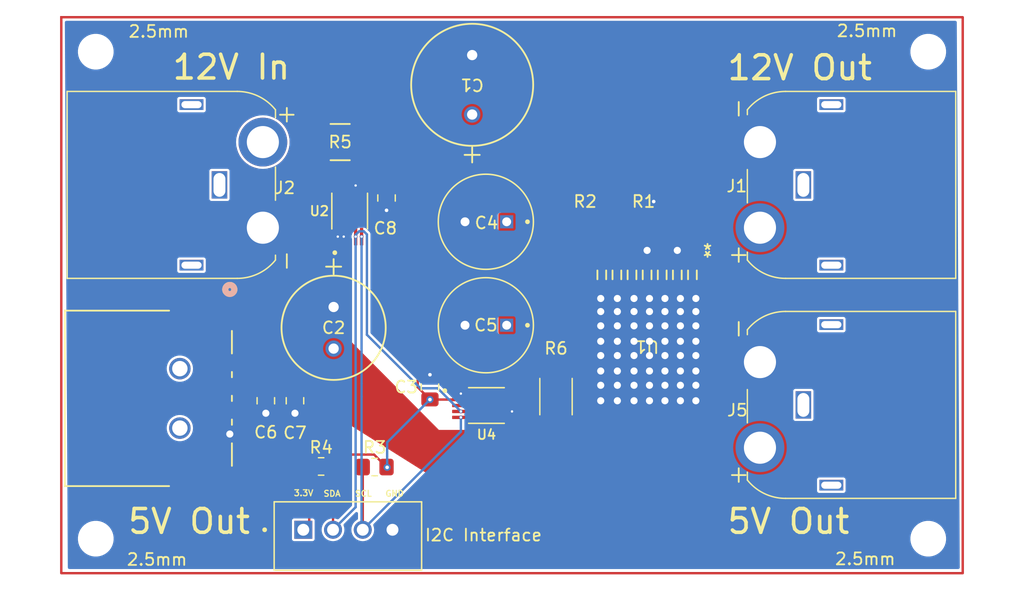
<source format=kicad_pcb>
(kicad_pcb (version 20240108) (generator "pcbnew") (generator_version "8.0")
  (layers (0 "F.Cu" signal) (31 "B.Cu" signal) (34 "B.Paste" user) (35 "F.Paste" user) (36 "B.SilkS" user "B.Silkscreen") (37 "F.SilkS" user "F.Silkscreen") (38 "B.Mask" user) (39 "F.Mask" user) (44 "Edge.Cuts" user))
  (net 0 "")
  (net 1 "GND")
  (net 2 "Net-(U1-FB)")
  (net 5 "+5V")
  (net 7 "+3.3V")
  (net 8 "/SCL")
  (net 9 "/SDA")
  (net 10 "+12V")
  (net 13 "/Buck Converter/Vout (5V 5A)")
  (net 15 "Net-(J2--)")
  (footprint "B4B-XH-A_LF__SN_:JST_B4B-XH-A_LF__SN_" (layer "F.Cu") (at 125.7 104.325 180)
    (property "Reference" "I2C Interface" (at -11.4 0.075 0) (layer "F.SilkS"))
    (property "Value" "B4B-XH-A_LF__SN_")
    (fp_line (start 6.2 2.875) (end -6.2 2.875) (stroke (width 0.127)) (layer "F.SilkS"))
    (fp_line (start 6.2 -2.875) (end 6.2 2.875) (stroke (width 0.127)) (layer "F.SilkS"))
    (fp_line (start -6.2 2.875) (end -6.2 -2.875) (stroke (width 0.127)) (layer "F.SilkS"))
    (fp_line (start -6.2 -2.875) (end 6.2 -2.875) (stroke (width 0.127)) (layer "F.SilkS"))
    (fp_circle (center 7 0.525) (end 7.1 0.525) (stroke (width 0.2)) (fill none) (layer "F.SilkS"))
    (pad "1" thru_hole rect (at 3.75 0.525 180) (size 1.508 1.508) (drill 1) (layers "*.Cu" "*.Mask") (net 7 "+3.3V"))
    (pad "2" thru_hole circle (at 1.25 0.525 180) (size 1.508 1.508) (drill 1) (layers "*.Cu" "*.Mask") (net 9 "/SDA"))
    (pad "3" thru_hole circle (at -1.25 0.525 180) (size 1.508 1.508) (drill 1) (layers "*.Cu" "*.Mask") (net 8 "/SCL"))
    (pad "4" thru_hole circle (at -3.75 0.525 180) (size 1.508 1.508) (drill 1) (layers "*.Cu" "*.Mask") (net 1 "GND"))
  )
  (footprint "MountingHole:MountingHole_2.5mm" (layer "F.Cu") (at 174.5 63.6 180)
    (property "Reference" "2.5mm" (at 5.15 1.75 360) (layer "F.SilkS"))
    (property "Value" "MountingHole_2.5mm")
    (pad "" np_thru_hole circle (at 0 0 180) (size 2.5 2.5) (drill 2.5) (layers "*.Cu" "*.Mask"))
  )
  (footprint "Resistor_SMD:R_0805_2012Metric_Pad1.20x1.40mm_HandSolder" (layer "F.Cu") (at 127.95 98.525 180)
    (property "Reference" "R3" (at 0 1.65 180) (layer "F.SilkS"))
    (property "Value" "10k")
    (fp_line (start -0.227064 0.735) (end 0.227064 0.735) (stroke (width 0.12)) (layer "F.SilkS"))
    (fp_line (start -0.227064 -0.735) (end 0.227064 -0.735) (stroke (width 0.12)) (layer "F.SilkS"))
    (pad "1" smd roundrect (at -1 0 180) (size 1.2 1.4) (layers "F.Cu" "F.Paste" "F.Mask") (roundrect_rratio 0.208333) (net 7 "+3.3V"))
    (pad "2" smd roundrect (at 1 0 180) (size 1.2 1.4) (layers "F.Cu" "F.Paste" "F.Mask") (roundrect_rratio 0.208333) (net 8 "/SCL"))
  )
  (footprint "Connector_AMASS:AMASS_XT60IPW-M_1x03_P7.20mm_Horizontal" (layer "F.Cu") (at 160.35 71.2 -90)
    (property "Reference" "J1" (at 3.7 1.95 180) (layer "F.SilkS"))
    (property "Value" "XT60PW-M")
    (fp_line (start -2.71 1.06) (end -2.31 1.06) (stroke (width 0.12)) (layer "F.SilkS"))
    (fp_line (start 2.31 1.06) (end 5.1 1.06) (stroke (width 0.12)) (layer "F.SilkS"))
    (fp_line (start 9.25 1.06) (end 9.92 1.06) (stroke (width 0.12)) (layer "F.SilkS"))
    (fp_line (start -4.26 -16.46) (end -4.26 -2.15) (stroke (width 0.12)) (layer "F.SilkS"))
    (fp_line (start -4.26 -16.46) (end 11.46 -16.46) (stroke (width 0.12)) (layer "F.SilkS"))
    (fp_line (start 11.46 -16.46) (end 11.46 -2.15) (stroke (width 0.12)) (layer "F.SilkS"))
    (fp_arc (start -2.718715 1.058395) (mid -3.854694 -0.370298) (end -4.26 -2.15) (stroke (width 0.12)) (layer "F.SilkS"))
    (fp_arc (start 11.46 -2.15) (mid 11.05498 -0.370894) (end 9.919747 1.057569) (stroke (width 0.12)) (layer "F.SilkS"))
    (fp_text user "+" (at 9.5 1.9 90) (layer "F.SilkS") (effects (font (size 1.5 1.5))))
    (fp_text user "-" (at -2.8 1.9 90) (layer "F.SilkS") (effects (font (size 1.5 1.5))))
    (pad "" thru_hole rect (at -3.15 -6 270) (size 0.9 2) (drill oval 0.6 1.7) (layers "*.Cu" "*.Mask"))
    (pad "" thru_hole rect (at 10.35 -6 270) (size 0.9 2) (drill oval 0.6 1.7) (layers "*.Cu" "*.Mask"))
    (pad "1" thru_hole roundrect (at 0 0 270) (size 4.1 4.1) (drill 2.7) (layers "*.Cu" "*.Mask") (net 1 "GND"))
    (pad "2" thru_hole circle (at 7.2 0 270) (size 4.1 4.1) (drill 2.7) (layers "*.Cu" "*.Mask") (net 10 "+12V"))
    (pad "3" thru_hole rect (at 3.6 -3.65 270) (size 2.3 1.3) (drill oval 2 1) (layers "*.Cu" "*.Mask"))
  )
  (footprint "Capacitor_SMD:C_0805_2012Metric_Pad1.18x1.45mm_HandSolder" (layer "F.Cu") (at 118.8 92.95 -90)
    (property "Reference" "C6" (at 2.65 0 180) (layer "F.SilkS"))
    (property "Value" "10uF")
    (fp_line (start -0.261252 0.735) (end 0.261252 0.735) (stroke (width 0.12)) (layer "F.SilkS"))
    (fp_line (start -0.261252 -0.735) (end 0.261252 -0.735) (stroke (width 0.12)) (layer "F.SilkS"))
    (pad "1" smd roundrect (at -1.0375 0 270) (size 1.175 1.45) (layers "F.Cu" "F.Paste" "F.Mask") (roundrect_rratio 0.212766) (net 5 "+5V"))
    (pad "2" smd roundrect (at 1.0375 0 270) (size 1.175 1.45) (layers "F.Cu" "F.Paste" "F.Mask") (roundrect_rratio 0.212766) (net 1 "GND"))
  )
  (footprint "bigcapacitor:CAP_YX_8X11P5_RUB" (layer "F.Cu") (at 124.5 85.06675 -90)
    (property "Reference" "C2" (at 1.75 0 0) (layer "F.SilkS"))
    (property "Value" "16ZLJ470MTA8X11.5")
    (fp_line (start -4.0285 0) (end -2.7585 0) (stroke (width 0.1524)) (layer "F.SilkS"))
    (fp_line (start -3.3935 -0.635) (end -3.3935 0.635) (stroke (width 0.1524)) (layer "F.SilkS"))
    (fp_circle (center 1.75 0) (end 6.1315 0) (stroke (width 0.1524)) (fill none) (layer "F.SilkS"))
    (pad "1" thru_hole circle (at 0 0 270) (size 1.3716 1.3716) (drill 0.8636) (layers "*.Cu" "*.Mask") (net 1 "GND"))
    (pad "2" thru_hole circle (at 3.500001 0 270) (size 1.3716 1.3716) (drill 0.8636) (layers "*.Cu" "*.Mask") (net 5 "+5V"))
  )
  (footprint "Libraries:25SEK120M" (layer "F.Cu") (at 137.3 86.6 180)
    (property "Reference" "C5" (at 0 0 180) (layer "F.SilkS"))
    (property "Value" "25SEK120M")
    (fp_circle (center 0 0) (end 4 0) (stroke (width 0.127)) (fill none) (layer "F.SilkS"))
    (fp_circle (center -3.5 0) (end -3.4 0) (stroke (width 0.2)) (fill none) (layer "F.SilkS"))
    (pad "1" thru_hole rect (at -1.75 0 180) (size 1.1 1.1) (drill 0.75) (layers "*.Cu" "*.Mask") (net 13 "/Buck Converter/Vout (5V 5A)"))
    (pad "2" thru_hole circle (at 1.75 0 180) (size 1.1 1.1) (drill 0.75) (layers "*.Cu" "*.Mask") (net 1 "GND"))
  )
  (footprint "Libraries:INA226AIDGSR" (layer "F.Cu") (at 125.85 77 90)
    (property "Reference" "U2" (at 0 -2.55 0) (layer "F.SilkS") (effects (font (size 0.8 0.8))))
    (property "Value" "INA226AIDGSR")
    (fp_line (start -1.5 -1.5) (end 1.5 -1.5) (stroke (width 0.127)) (layer "F.SilkS"))
    (fp_line (start -1.5 1.5) (end 1.5 1.5) (stroke (width 0.127)) (layer "F.SilkS"))
    (fp_circle (center -3.5 -1.25) (end -3.4 -1.25) (stroke (width 0.2)) (fill none) (layer "F.SilkS"))
    (pad "1" smd roundrect (at -2.15 -1 90) (size 1.47 0.28) (layers "F.Cu" "F.Paste" "F.Mask") (roundrect_rratio 0.125) (net 1 "GND"))
    (pad "2" smd roundrect (at -2.15 -0.5 90) (size 1.47 0.28) (layers "F.Cu" "F.Paste" "F.Mask") (roundrect_rratio 0.125) (net 1 "GND"))
    (pad "3" smd roundrect (at -2.15 0 90) (size 1.47 0.28) (layers "F.Cu" "F.Paste" "F.Mask") (roundrect_rratio 0.125))
    (pad "4" smd roundrect (at -2.15 0.5 90) (size 1.47 0.28) (layers "F.Cu" "F.Paste" "F.Mask") (roundrect_rratio 0.125) (net 9 "/SDA"))
    (pad "5" smd roundrect (at -2.15 1 90) (size 1.47 0.28) (layers "F.Cu" "F.Paste" "F.Mask") (roundrect_rratio 0.125) (net 8 "/SCL"))
    (pad "6" smd roundrect (at 2.15 1 90) (size 1.47 0.28) (layers "F.Cu" "F.Paste" "F.Mask") (roundrect_rratio 0.125) (net 7 "+3.3V"))
    (pad "7" smd roundrect (at 2.15 0.5 90) (size 1.47 0.28) (layers "F.Cu" "F.Paste" "F.Mask") (roundrect_rratio 0.125) (net 1 "GND"))
    (pad "8" smd roundrect (at 2.15 0 90) (size 1.47 0.28) (layers "F.Cu" "F.Paste" "F.Mask") (roundrect_rratio 0.125) (net 10 "+12V"))
    (pad "9" smd roundrect (at 2.15 -0.5 90) (size 1.47 0.28) (layers "F.Cu" "F.Paste" "F.Mask") (roundrect_rratio 0.125) (net 10 "+12V"))
    (pad "10" smd roundrect (at 2.15 -1 90) (size 1.47 0.28) (layers "F.Cu" "F.Paste" "F.Mask") (roundrect_rratio 0.125) (net 15 "Net-(J2--)"))
  )
  (footprint "MountingHole:MountingHole_2.5mm" (layer "F.Cu") (at 104.5 104.55)
    (property "Reference" "2.5mm" (at 5.15 1.75 0) (layer "F.SilkS"))
    (property "Value" "MountingHole_2.5mm")
    (pad "" np_thru_hole circle (at 0 0) (size 2.5 2.5) (drill 2.5) (layers "*.Cu" "*.Mask"))
  )
  (footprint "MountingHole:MountingHole_2.5mm" (layer "F.Cu") (at 104.5 63.6 180)
    (property "Reference" "2.5mm" (at -5.3 1.7 360) (layer "F.SilkS"))
    (property "Value" "MountingHole_2.5mm")
    (pad "" np_thru_hole circle (at 0 0 180) (size 2.5 2.5) (drill 2.5) (layers "*.Cu" "*.Mask"))
  )
  (footprint "Libraries:PLF1E470MDO2TD" (layer "F.Cu") (at 136.15 68.88325 90)
    (property "Reference" "C1" (at 2.5 0 180) (layer "F.SilkS"))
    (property "Value" "PLF1E470MDO2TD")
    (fp_line (start -3.3928 -0.635) (end -3.3928 0.635) (stroke (width 0.1524)) (layer "F.SilkS"))
    (fp_line (start -4.0278 0) (end -2.7578 0) (stroke (width 0.1524)) (layer "F.SilkS"))
    (fp_circle (center 2.5 0) (end 7.6308 0) (stroke (width 0.1524)) (fill none) (layer "F.SilkS"))
    (pad "1" thru_hole circle (at 0 0 90) (size 1.3716 1.3716) (drill 0.8636) (layers "*.Cu" "*.Mask") (net 10 "+12V"))
    (pad "2" thru_hole circle (at 5 0 90) (size 1.3716 1.3716) (drill 0.8636) (layers "*.Cu" "*.Mask") (net 1 "GND"))
  )
  (footprint "Capacitor_SMD:C_0805_2012Metric_Pad1.18x1.45mm_HandSolder" (layer "F.Cu") (at 121.25 92.95 -90)
    (property "Reference" "C7" (at 2.7 0 180) (layer "F.SilkS"))
    (property "Value" "0.1uF")
    (fp_line (start -0.261252 0.735) (end 0.261252 0.735) (stroke (width 0.12)) (layer "F.SilkS"))
    (fp_line (start -0.261252 -0.735) (end 0.261252 -0.735) (stroke (width 0.12)) (layer "F.SilkS"))
    (pad "1" smd roundrect (at -1.0375 0 270) (size 1.175 1.45) (layers "F.Cu" "F.Paste" "F.Mask") (roundrect_rratio 0.212766) (net 5 "+5V"))
    (pad "2" smd roundrect (at 1.0375 0 270) (size 1.175 1.45) (layers "F.Cu" "F.Paste" "F.Mask") (roundrect_rratio 0.212766) (net 1 "GND"))
  )
  (footprint "Capacitor_SMD:C_0805_2012Metric_Pad1.18x1.45mm_HandSolder" (layer "F.Cu") (at 128.95 75.9 -90)
    (property "Reference" "C8" (at 2.55 0.1 0) (layer "F.SilkS"))
    (property "Value" "0.1uF")
    (fp_line (start -0.261252 0.735) (end 0.261252 0.735) (stroke (width 0.12)) (layer "F.SilkS"))
    (fp_line (start -0.261252 -0.735) (end 0.261252 -0.735) (stroke (width 0.12)) (layer "F.SilkS"))
    (pad "1" smd roundrect (at -1.0375 0 270) (size 1.175 1.45) (layers "F.Cu" "F.Paste" "F.Mask") (roundrect_rratio 0.212766) (net 7 "+3.3V"))
    (pad "2" smd roundrect (at 1.0375 0 270) (size 1.175 1.45) (layers "F.Cu" "F.Paste" "F.Mask") (roundrect_rratio 0.212766) (net 1 "GND"))
  )
  (footprint "_Footprints:RC0805N_PAN" (layer "F.Cu") (at 145.647201 76.2)
    (property "Reference" "R2" (at 0 0 0) (layer "F.SilkS"))
    (property "Value" "ERJ-6ENF5761V")
    (pad "1" smd rect (at -0.852799 0) (size 1.005599 1.199998) (layers "F.Cu" "F.Paste" "F.Mask") (net 13 "/Buck Converter/Vout (5V 5A)"))
    (pad "2" smd rect (at 0.852799 0) (size 1.005599 1.199998) (layers "F.Cu" "F.Paste" "F.Mask") (net 2 "Net-(U1-FB)"))
    (zone (net 0) (net_name "") (layer "F.Cu") (connect_pads (clearance 0)) (min_thickness 0.254)
      (keepout (tracks not_allowed) (vias not_allowed) (pads allowed) (copperpour not_allowed) (footprints allowed))
      (fill (thermal_gap 0.508) (thermal_bridge_width 0.508))
      (polygon (pts (xy 145.348002 75.650801) (xy 145.9464 75.650801) (xy 145.9464 76.749199) (xy 145.348002 76.749199)))
    )
  )
  (footprint "Resistor_SMD:R_2010_5025Metric_Pad1.40x2.65mm_HandSolder" (layer "F.Cu") (at 143.2 92.6 90)
    (property "Reference" "R6" (at 4.05 0 180) (layer "F.SilkS"))
    (property "Value" "CSNL2010FT2L00")
    (fp_line (start -1.527064 -1.36) (end 1.527064 -1.36) (stroke (width 0.12)) (layer "F.SilkS"))
    (fp_line (start -1.527064 1.36) (end 1.527064 1.36) (stroke (width 0.12)) (layer "F.SilkS"))
    (pad "1" smd roundrect (at -2.4 0 90) (size 1.4 2.65) (layers "F.Cu" "F.Paste" "F.Mask") (roundrect_rratio 0.178571) (net 5 "+5V"))
    (pad "2" smd roundrect (at 2.4 0 90) (size 1.4 2.65) (layers "F.Cu" "F.Paste" "F.Mask") (roundrect_rratio 0.178571) (net 13 "/Buck Converter/Vout (5V 5A)"))
  )
  (footprint "MountingHole:MountingHole_2.5mm" (layer "F.Cu") (at 174.5 104.55)
    (property "Reference" "2.5mm" (at -5.3 1.7 0) (layer "F.SilkS"))
    (property "Value" "MountingHole_2.5mm")
    (pad "" np_thru_hole circle (at 0 0) (size 2.5 2.5) (drill 2.5) (layers "*.Cu" "*.Mask"))
  )
  (footprint "Connector_AMASS:AMASS_XT60IPW-M_1x03_P7.20mm_Horizontal" (layer "F.Cu") (at 160.35 89.7 -90)
    (property "Reference" "J5" (at 4.05 1.9 180) (layer "F.SilkS"))
    (property "Value" "XT60PW-M")
    (fp_line (start -2.71 1.06) (end -2.31 1.06) (stroke (width 0.12)) (layer "F.SilkS"))
    (fp_line (start 2.31 1.06) (end 5.1 1.06) (stroke (width 0.12)) (layer "F.SilkS"))
    (fp_line (start 9.25 1.06) (end 9.92 1.06) (stroke (width 0.12)) (layer "F.SilkS"))
    (fp_line (start -4.26 -16.46) (end -4.26 -2.15) (stroke (width 0.12)) (layer "F.SilkS"))
    (fp_line (start -4.26 -16.46) (end 11.46 -16.46) (stroke (width 0.12)) (layer "F.SilkS"))
    (fp_line (start 11.46 -16.46) (end 11.46 -2.15) (stroke (width 0.12)) (layer "F.SilkS"))
    (fp_arc (start -2.718715 1.058395) (mid -3.854694 -0.370298) (end -4.26 -2.15) (stroke (width 0.12)) (layer "F.SilkS"))
    (fp_arc (start 11.46 -2.15) (mid 11.05498 -0.370894) (end 9.919747 1.057569) (stroke (width 0.12)) (layer "F.SilkS"))
    (fp_text user "+" (at 9.5 1.9 90) (layer "F.SilkS") (effects (font (size 1.5 1.5))))
    (fp_text user "-" (at -2.8 1.9 90) (layer "F.SilkS") (effects (font (size 1.5 1.5))))
    (pad "" thru_hole rect (at -3.15 -6 270) (size 0.9 2) (drill oval 0.6 1.7) (layers "*.Cu" "*.Mask"))
    (pad "" thru_hole rect (at 10.35 -6 270) (size 0.9 2) (drill oval 0.6 1.7) (layers "*.Cu" "*.Mask"))
    (pad "1" thru_hole roundrect (at 0 0 270) (size 4.1 4.1) (drill 2.7) (layers "*.Cu" "*.Mask") (net 1 "GND"))
    (pad "2" thru_hole circle (at 7.2 0 270) (size 4.1 4.1) (drill 2.7) (layers "*.Cu" "*.Mask") (net 5 "+5V"))
    (pad "3" thru_hole rect (at 3.6 -3.65 270) (size 2.3 1.3) (drill oval 2 1) (layers "*.Cu" "*.Mask"))
  )
  (footprint "_Footprints:USB-A-S-RA-TSMT_ADM" (layer "F.Cu") (at 115.770101 89.750003 -90)
    (property "Reference" "5V Out" (at 13.349997 3.420101 0) (layer "F.SilkS") (effects (font (size 2 2) (thickness 0.3))))
    (property "Value" "USB-A-S-RA-TSMT")
    (fp_circle (center -6.155 0) (end -5.774 0) (stroke (width 0.508)) (fill none) (layer "B.SilkS"))
    (fp_line (start -4.376999 13.877001) (end 10.376998 13.877001) (stroke (width 0.1524)) (layer "F.SilkS"))
    (fp_line (start 10.376998 13.877001) (end 10.376998 5.104232) (stroke (width 0.1524)) (layer "F.SilkS"))
    (fp_line (start -4.376999 5.104232) (end -4.376999 13.877001) (stroke (width 0.1524)) (layer "F.SilkS"))
    (fp_line (start -0.77724 -0.177) (end -2.672659 -0.177) (stroke (width 0.1524)) (layer "F.SilkS"))
    (fp_line (start 1.222759 -0.177) (end 0.77724 -0.177) (stroke (width 0.1524)) (layer "F.SilkS"))
    (fp_line (start 3.22276 -0.177) (end 2.777239 -0.177) (stroke (width 0.1524)) (layer "F.SilkS"))
    (fp_line (start 5.222758 -0.177) (end 4.77724 -0.177) (stroke (width 0.1524)) (layer "F.SilkS"))
    (fp_line (start 8.672657 -0.177) (end 6.777238 -0.177) (stroke (width 0.1524)) (layer "F.SilkS"))
    (fp_arc (start -6.005139 0.350289) (mid -6.536 0) (end -6.005139 -0.350289) (stroke (width 0.508)) (layer "F.SilkS"))
    (pad "1" smd rect (at 0 0 270) (size 0.889 2.4892) (layers "F.Cu" "F.Paste" "F.Mask") (net 5 "+5V"))
    (pad "2" smd rect (at 1.999999 0 270) (size 0.889 2.4892) (layers "F.Cu" "F.Paste" "F.Mask"))
    (pad "3" smd rect (at 4 0 270) (size 0.889 2.4892) (layers "F.Cu" "F.Paste" "F.Mask"))
    (pad "4" smd rect (at 5.999998 0 270) (size 0.889 2.4892) (layers "F.Cu" "F.Paste" "F.Mask") (net 1 "GND"))
    (pad "5" thru_hole circle (at 0.499999 4.199999 270) (size 1.8034 1.8034) (drill 1.2954) (layers "*.Cu" "*.Mask"))
    (pad "6" thru_hole circle (at 5.499999 4.199999 270) (size 1.8034 1.8034) (drill 1.2954) (layers "*.Cu" "*.Mask"))
    (pad "7" smd rect (at -4.249999 2.193392 270) (size 2.4892 5.1562) (layers "F.Cu" "F.Paste" "F.Mask"))
    (pad "8" smd rect (at 10.249997 2.193392 270) (size 2.4892 5.1562) (layers "F.Cu" "F.Paste" "F.Mask"))
  )
  (footprint "Resistor_SMD:R_0805_2012Metric_Pad1.20x1.40mm_HandSolder" (layer "F.Cu") (at 123.45 98.475)
    (property "Reference" "R4" (at 0 -1.6 180) (layer "F.SilkS"))
    (property "Value" "10k")
    (fp_line (start -0.227064 -0.735) (end 0.227064 -0.735) (stroke (width 0.12)) (layer "F.SilkS"))
    (fp_line (start -0.227064 0.735) (end 0.227064 0.735) (stroke (width 0.12)) (layer "F.SilkS"))
    (pad "1" smd roundrect (at -1 0) (size 1.2 1.4) (layers "F.Cu" "F.Paste" "F.Mask") (roundrect_rratio 0.208333) (net 7 "+3.3V"))
    (pad "2" smd roundrect (at 1 0) (size 1.2 1.4) (layers "F.Cu" "F.Paste" "F.Mask") (roundrect_rratio 0.208333) (net 9 "/SDA"))
  )
  (footprint "Libraries:25SEK120M" (layer "F.Cu") (at 137.3 77.9 180)
    (property "Reference" "C4" (at -0.05 -0.1 180) (layer "F.SilkS"))
    (property "Value" "25SEK120M")
    (fp_circle (center 0 0) (end 4 0) (stroke (width 0.127)) (fill none) (layer "F.SilkS"))
    (fp_circle (center -3.5 0) (end -3.4 0) (stroke (width 0.2)) (fill none) (layer "F.SilkS"))
    (pad "1" thru_hole rect (at -1.75 0 180) (size 1.1 1.1) (drill 0.75) (layers "*.Cu" "*.Mask") (net 13 "/Buck Converter/Vout (5V 5A)"))
    (pad "2" thru_hole circle (at 1.75 0 180) (size 1.1 1.1) (drill 0.75) (layers "*.Cu" "*.Mask") (net 1 "GND"))
  )
  (footprint "Libraries:INA226AIDGSR" (layer "F.Cu") (at 137.35 93.35)
    (property "Reference" "U4" (at 0 2.45 360) (layer "F.SilkS") (effects (font (size 0.8 0.8))))
    (property "Value" "INA226AIDGSR")
    (fp_line (start -1.5 -1.5) (end 1.5 -1.5) (stroke (width 0.127)) (layer "F.SilkS"))
    (fp_line (start -1.5 1.5) (end 1.5 1.5) (stroke (width 0.127)) (layer "F.SilkS"))
    (fp_circle (center -3.5 -1.25) (end -3.4 -1.25) (stroke (width 0.2)) (fill none) (layer "F.SilkS"))
    (pad "1" smd roundrect (at -2.15 -1) (size 1.47 0.28) (layers "F.Cu" "F.Paste" "F.Mask") (roundrect_rratio 0.125) (net 1 "GND"))
    (pad "2" smd roundrect (at -2.15 -0.5) (size 1.47 0.28) (layers "F.Cu" "F.Paste" "F.Mask") (roundrect_rratio 0.125) (net 7 "+3.3V"))
    (pad "3" smd roundrect (at -2.15 0) (size 1.47 0.28) (layers "F.Cu" "F.Paste" "F.Mask") (roundrect_rratio 0.125))
    (pad "4" smd roundrect (at -2.15 0.5) (size 1.47 0.28) (layers "F.Cu" "F.Paste" "F.Mask") (roundrect_rratio 0.125) (net 9 "/SDA"))
    (pad "5" smd roundrect (at -2.15 1) (size 1.47 0.28) (layers "F.Cu" "F.Paste" "F.Mask") (roundrect_rratio 0.125) (net 8 "/SCL"))
    (pad "6" smd roundrect (at 2.15 1) (size 1.47 0.28) (layers "F.Cu" "F.Paste" "F.Mask") (roundrect_rratio 0.125) (net 7 "+3.3V"))
    (pad "7" smd roundrect (at 2.15 0.5) (size 1.47 0.28) (layers "F.Cu" "F.Paste" "F.Mask") (roundrect_rratio 0.125) (net 1 "GND"))
    (pad "8" smd roundrect (at 2.15 0) (size 1.47 0.28) (layers "F.Cu" "F.Paste" "F.Mask") (roundrect_rratio 0.125) (net 5 "+5V"))
    (pad "9" smd roundrect (at 2.15 -0.5) (size 1.47 0.28) (layers "F.Cu" "F.Paste" "F.Mask") (roundrect_rratio 0.125) (net 5 "+5V"))
    (pad "10" smd roundrect (at 2.15 -1) (size 1.47 0.28) (layers "F.Cu" "F.Paste" "F.Mask") (roundrect_rratio 0.125) (net 13 "/Buck Converter/Vout (5V 5A)"))
  )
  (footprint "Connector_AMASS:AMASS_XT60IPW-M_1x03_P7.20mm_Horizontal" (layer "F.Cu") (at 118.55 78.4 90)
    (property "Reference" "J2" (at 3.35 1.85 180) (layer "F.SilkS"))
    (property "Value" "XT60PW-M")
    (fp_line (start 11.46 -16.46) (end 11.46 -2.15) (stroke (width 0.12)) (layer "F.SilkS"))
    (fp_line (start -4.26 -16.46) (end 11.46 -16.46) (stroke (width 0.12)) (layer "F.SilkS"))
    (fp_line (start -4.26 -16.46) (end -4.26 -2.15) (stroke (width 0.12)) (layer "F.SilkS"))
    (fp_line (start 9.25 1.06) (end 9.92 1.06) (stroke (width 0.12)) (layer "F.SilkS"))
    (fp_line (start 2.31 1.06) (end 5.1 1.06) (stroke (width 0.12)) (layer "F.SilkS"))
    (fp_line (start -2.71 1.06) (end -2.31 1.06) (stroke (width 0.12)) (layer "F.SilkS"))
    (fp_arc (start 11.46 -2.15) (mid 11.05498 -0.370894) (end 9.919747 1.057569) (stroke (width 0.12)) (layer "F.SilkS"))
    (fp_arc (start -2.718715 1.058395) (mid -3.854694 -0.370298) (end -4.26 -2.15) (stroke (width 0.12)) (layer "F.SilkS"))
    (fp_text user "-" (at -2.8 1.9 90) (layer "F.SilkS") (effects (font (size 1.5 1.5))))
    (fp_text user "+" (at 9.5 1.9 90) (layer "F.SilkS") (effects (font (size 1.5 1.5))))
    (pad "" thru_hole rect (at -3.15 -6 90) (size 0.9 2) (drill oval 0.6 1.7) (layers "*.Cu" "*.Mask"))
    (pad "" thru_hole rect (at 10.35 -6 90) (size 0.9 2) (drill oval 0.6 1.7) (layers "*.Cu" "*.Mask"))
    (pad "1" thru_hole roundrect (at 0 0 90) (size 4.1 4.1) (drill 2.7) (layers "*.Cu" "*.Mask") (net 1 "GND"))
    (pad "2" thru_hole circle (at 7.2 0 90) (size 4.1 4.1) (drill 2.7) (layers "*.Cu" "*.Mask") (net 15 "Net-(J2--)"))
    (pad "3" thru_hole rect (at 3.6 -3.65 90) (size 2.3 1.3) (drill oval 2 1) (layers "*.Cu" "*.Mask"))
  )
  (footprint "Capacitor_SMD:C_0805_2012Metric_Pad1.18x1.45mm_HandSolder" (layer "F.Cu") (at 132.6 91.8 90)
    (property "Reference" "C3" (at 0 -2 180) (layer "F.SilkS"))
    (property "Value" "0.1uF")
    (fp_line (start -0.261252 -0.735) (end 0.261252 -0.735) (stroke (width 0.12)) (layer "F.SilkS"))
    (fp_line (start -0.261252 0.735) (end 0.261252 0.735) (stroke (width 0.12)) (layer "F.SilkS"))
    (pad "1" smd roundrect (at -1.0375 0 90) (size 1.175 1.45) (layers "F.Cu" "F.Paste" "F.Mask") (roundrect_rratio 0.212766) (net 7 "+3.3V"))
    (pad "2" smd roundrect (at 1.0375 0 90) (size 1.175 1.45) (layers "F.Cu" "F.Paste" "F.Mask") (roundrect_rratio 0.212766) (net 1 "GND"))
  )
  (footprint "_Footprints:TZA07A" (layer "F.Cu") (at 150.86 88.3976 180)
    (property "Reference" "U1" (at 0 0 180) (layer "F.SilkS"))
    (property "Value" "LMZ22005TZ/NOPB")
    (fp_line (start 4.1783 5.6642) (end 4.1783 6.4008) (stroke (width 0.1524)) (layer "F.SilkS"))
    (fp_line (start 3.4417 5.6642) (end 3.4417 6.4008) (stroke (width 0.1524)) (layer "F.SilkS"))
    (fp_line (start 2.9083 5.6642) (end 2.9083 6.4008) (stroke (width 0.1524)) (layer "F.SilkS"))
    (fp_line (start 2.1717 5.6642) (end 2.1717 6.4008) (stroke (width 0.1524)) (layer "F.SilkS"))
    (fp_line (start 1.6383 5.6642) (end 1.6383 6.4008) (stroke (width 0.1524)) (layer "F.SilkS"))
    (fp_line (start 0.9017 5.6642) (end 0.9017 6.4008) (stroke (width 0.1524)) (layer "F.SilkS"))
    (fp_line (start 0.3683 5.6642) (end 0.3683 6.4008) (stroke (width 0.1524)) (layer "F.SilkS"))
    (fp_line (start -0.3683 5.6642) (end -0.3683 6.4008) (stroke (width 0.1524)) (layer "F.SilkS"))
    (fp_line (start -0.9017 5.6642) (end -0.9017 6.4008) (stroke (width 0.1524)) (layer "F.SilkS"))
    (fp_line (start -1.6383 5.6642) (end -1.6383 6.4008) (stroke (width 0.1524)) (layer "F.SilkS"))
    (fp_line (start -2.1717 5.6642) (end -2.1717 6.4008) (stroke (width 0.1524)) (layer "F.SilkS"))
    (fp_line (start -2.9083 5.6642) (end -2.9083 6.4008) (stroke (width 0.1524)) (layer "F.SilkS"))
    (fp_line (start -3.4417 5.6642) (end -3.4417 6.4008) (stroke (width 0.1524)) (layer "F.SilkS"))
    (fp_line (start -4.1783 5.6642) (end -4.1783 6.4008) (stroke (width 0.1524)) (layer "F.SilkS"))
    (fp_text user "*" (at -5.08 8.0899 180) (layer "F.SilkS"))
    (fp_text user "*" (at -5.08 8.0899 180) (layer "F.SilkS"))
    (pad "1" smd rect (at -3.81 8.0899 180) (size 0.7874 2.667) (layers "F.Cu" "F.Paste" "F.Mask") (net 10 "+12V"))
    (pad "2" smd rect (at -2.54 8.0899 180) (size 0.7874 2.667) (layers "F.Cu" "F.Paste" "F.Mask") (net 1 "GND"))
    (pad "3" smd rect (at -1.27 8.0899 180) (size 0.7874 2.667) (layers "F.Cu" "F.Paste" "F.Mask"))
    (pad "4" smd rect (at 0 8.0899 180) (size 0.7874 2.667) (layers "F.Cu" "F.Paste" "F.Mask") (net 1 "GND"))
    (pad "5" smd rect (at 1.27 8.0899 180) (size 0.7874 2.667) (layers "F.Cu" "F.Paste" "F.Mask") (net 2 "Net-(U1-FB)"))
    (pad "6" smd rect (at 2.54 8.0899 180) (size 0.7874 2.667) (layers "F.Cu" "F.Paste" "F.Mask"))
    (pad "7" smd rect (at 3.81 8.0899 180) (size 0.7874 2.667) (layers "F.Cu" "F.Paste" "F.Mask") (net 13 "/Buck Converter/Vout (5V 5A)"))
    (pad "8" smd rect (at 0 -0.1524 180) (size 10.414 10.414) (layers "F.Cu" "F.Paste" "F.Mask") (net 1 "GND"))
  )
  (footprint "_Footprints:RC0805N_PAN" (layer "F.Cu") (at 150.56 76.2)
    (property "Reference" "R1" (at 0 0 0) (layer "F.SilkS"))
    (property "Value" "ERJ-6ENF1071V")
    (pad "1" smd rect (at -0.852799 0) (size 1.005599 1.199998) (layers "F.Cu" "F.Paste" "F.Mask") (net 2 "Net-(U1-FB)"))
    (pad "2" smd rect (at 0.852799 0) (size 1.005599 1.199998) (layers "F.Cu" "F.Paste" "F.Mask") (net 1 "GND"))
    (zone (net 0) (net_name "") (layer "F.Cu") (connect_pads (clearance 0)) (min_thickness 0.254)
      (keepout (tracks not_allowed) (vias not_allowed) (pads allowed) (copperpour not_allowed) (footprints allowed))
      (fill (thermal_gap 0.508) (thermal_bridge_width 0.508))
      (polygon (pts (xy 150.260801 75.650801) (xy 150.859199 75.650801) (xy 150.859199 76.749199) (xy 150.260801 76.749199)))
    )
  )
  (footprint "Shuntresistor:STA_CSNL2010&lessthan_=3_STP" (layer "F.Cu") (at 125.05 71.2)
    (property "Reference" "R5" (at 0 0 0) (layer "F.SilkS"))
    (property "Value" "CSNL2010FT2L00")
    (fp_line (start -0.81005 1.524) (end 0.81005 1.524) (stroke (width 0.1524)) (layer "F.SilkS"))
    (fp_line (start 0.81005 -1.524) (end -0.81005 -1.524) (stroke (width 0.1524)) (layer "F.SilkS"))
    (pad "1" smd rect (at -1.9939 0) (size 1.7526 2.794) (layers "F.Cu" "F.Paste" "F.Mask") (net 15 "Net-(J2--)"))
    (pad "2" smd rect (at 1.9939 0) (size 1.7526 2.794) (layers "F.Cu" "F.Paste" "F.Mask") (net 10 "+12V"))
    (zone (net 0) (net_name "") (layer "F.Cu") (connect_pads (clearance 0)) (min_thickness 0.254)
      (keepout (tracks not_allowed) (vias not_allowed) (pads allowed) (copperpour not_allowed) (footprints allowed))
      (fill (thermal_gap 0.508) (thermal_bridge_width 0.508))
      (polygon (pts (xy 123.9832 69.8538) (xy 126.1168 69.8538) (xy 126.1168 72.5462) (xy 123.9832 72.5462)))
    )
  )
  (gr_rect (start 101.6 60.7) (end 177.4 107.45) (stroke (width 0.2)) (fill none) (layer "F.Cu"))
  (gr_text "3.3V" (at 121.1 101 0) (layer "F.SilkS") (effects (font (size 0.5 0.5) (thickness 0.1)) (justify left bottom)))
  (gr_text "12V In" (at 115.9 64.9 0) (layer "F.SilkS") (effects (font (size 2 2) (thickness 0.3))))
  (gr_text "GND" (at 128.8 101.05 0) (layer "F.SilkS") (effects (font (size 0.5 0.5) (thickness 0.1)) (justify left bottom)))
  (gr_text "5V Out\n" (at 162.75 103.1 0) (layer "F.SilkS") (effects (font (size 2 2) (thickness 0.3))))
  (gr_text "12V Out" (at 163.7 64.95 0) (layer "F.SilkS") (effects (font (size 2 2) (thickness 0.3))))
  (gr_text "SDA" (at 123.6 101.05 0) (layer "F.SilkS") (effects (font (size 0.5 0.5) (thickness 0.1)) (justify left bottom)))
  (gr_text "SCL" (at 126.25 101.05 0) (layer "F.SilkS") (effects (font (size 0.5 0.5) (thickness 0.1)) (justify left bottom)))
  (via (at 154.96 86.65) (size 0.7) (drill 0.6) (layers "F.Cu" "B.Cu") (net 1))
  (via (at 154.96 92.95) (size 0.7) (drill 0.6) (layers "F.Cu" "B.Cu") (net 1))
  (via (at 149.76 87.95) (size 0.7) (drill 0.6) (layers "F.Cu" "B.Cu") (net 1))
  (via (at 118.8 94) (size 0.8) (drill 0.6) (layers "F.Cu" "B.Cu") (net 1))
  (via (at 146.96 85.45) (size 0.7) (drill 0.6) (layers "F.Cu" "B.Cu") (net 1))
  (via (at 152.36 90.45) (size 0.7) (drill 0.6) (layers "F.Cu" "B.Cu") (net 1))
  (via (at 149.76 90.45) (size 0.7) (drill 0.6) (layers "F.Cu" "B.Cu") (net 1))
  (via (at 153.66 87.95) (size 0.7) (drill 0.6) (layers "F.Cu" "B.Cu") (net 1))
  (via (at 125.35 79.15) (size 0.3) (drill 0.2) (layers "F.Cu" "B.Cu") (net 1))
  (via (at 152.36 86.65) (size 0.7) (drill 0.6) (layers "F.Cu" "B.Cu") (net 1))
  (via (at 154.96 87.95) (size 0.7) (drill 0.6) (layers "F.Cu" "B.Cu") (net 1))
  (via (at 151.06 89.15) (size 0.7) (drill 0.6) (layers "F.Cu" "B.Cu") (net 1))
  (via (at 146.96 86.65) (size 0.7) (drill 0.6) (layers "F.Cu" "B.Cu") (net 1))
  (via (at 152.36 91.65) (size 0.7) (drill 0.6) (layers "F.Cu" "B.Cu") (net 1))
  (via (at 151.06 85.45) (size 0.7) (drill 0.6) (layers "F.Cu" "B.Cu") (net 1))
  (via (at 154.96 90.45) (size 0.7) (drill 0.6) (layers "F.Cu" "B.Cu") (net 1))
  (via (at 149.76 91.65) (size 0.7) (drill 0.6) (layers "F.Cu" "B.Cu") (net 1))
  (via (at 152.36 87.95) (size 0.7) (drill 0.6) (layers "F.Cu" "B.Cu") (net 1))
  (via (at 151.06 86.65) (size 0.7) (drill 0.6) (layers "F.Cu" "B.Cu") (net 1))
  (via (at 153.66 89.15) (size 0.7) (drill 0.6) (layers "F.Cu" "B.Cu") (net 1))
  (via (at 149.76 85.45) (size 0.7) (drill 0.6) (layers "F.Cu" "B.Cu") (net 1))
  (via (at 151.06 90.45) (size 0.7) (drill 0.6) (layers "F.Cu" "B.Cu") (net 1))
  (via (at 152.36 89.15) (size 0.7) (drill 0.6) (layers "F.Cu" "B.Cu") (net 1))
  (via (at 151.412799 76.2) (size 0.6) (drill 0.3) (layers "F.Cu" "B.Cu") (net 1))
  (via (at 151.06 87.95) (size 0.7) (drill 0.6) (layers "F.Cu" "B.Cu") (net 1))
  (via (at 148.36 92.95) (size 0.7) (drill 0.6) (layers "F.Cu" "B.Cu") (net 1))
  (via (at 148.36 85.45) (size 0.7) (drill 0.6) (layers "F.Cu" "B.Cu") (net 1))
  (via (at 153.66 86.65) (size 0.7) (drill 0.6) (layers "F.Cu" "B.Cu") (net 1))
  (via (at 150.86 80.3077) (size 0.8) (drill 0.6) (layers "F.Cu" "B.Cu") (net 1))
  (via (at 146.96 91.65) (size 0.7) (drill 0.6) (layers "F.Cu" "B.Cu") (net 1))
  (via (at 115.770101 95.750001) (size 0.8) (drill 0.6) (layers "F.Cu" "B.Cu") (net 1))
  (via (at 146.96 89.15) (size 0.7) (drill 0.6) (layers "F.Cu" "B.Cu") (net 1))
  (via (at 146.96 84.35) (size 0.7) (drill 0.6) (layers "F.Cu" "B.Cu") (net 1))
  (via (at 152.36 92.95) (size 0.7) (drill 0.6) (layers "F.Cu" "B.Cu") (net 1))
  (via (at 148.36 86.65) (size 0.7) (drill 0.6) (layers "F.Cu" "B.Cu") (net 1))
  (via (at 154.96 85.45) (size 0.7) (drill 0.6) (layers "F.Cu" "B.Cu") (net 1))
  (via (at 152.36 85.45) (size 0.7) (drill 0.6) (layers "F.Cu" "B.Cu") (net 1))
  (via (at 153.66 92.95) (size 0.7) (drill 0.6) (layers "F.Cu" "B.Cu") (net 1))
  (via (at 148.36 84.35) (size 0.7) (drill 0.6) (layers "F.Cu" "B.Cu") (net 1))
  (via (at 151.06 84.35) (size 0.7) (drill 0.6) (layers "F.Cu" "B.Cu") (net 1))
  (via (at 149.76 84.35) (size 0.7) (drill 0.6) (layers "F.Cu" "B.Cu") (net 1))
  (via (at 153.66 85.45) (size 0.7) (drill 0.6) (layers "F.Cu" "B.Cu") (net 1))
  (via (at 153.66 84.35) (size 0.7) (drill 0.6) (layers "F.Cu" "B.Cu") (net 1))
  (via (at 148.36 87.95) (size 0.7) (drill 0.6) (layers "F.Cu" "B.Cu") (net 1))
  (via (at 146.96 90.45) (size 0.7) (drill 0.6) (layers "F.Cu" "B.Cu") (net 1))
  (via (at 149.76 86.65) (size 0.7) (drill 0.6) (layers "F.Cu" "B.Cu") (net 1))
  (via (at 152.36 84.35) (size 0.7) (drill 0.6) (layers "F.Cu" "B.Cu") (net 1))
  (via (at 151.06 91.65) (size 0.7) (drill 0.6) (layers "F.Cu" "B.Cu") (net 1))
  (via (at 154.96 91.65) (size 0.7) (drill 0.6) (layers "F.Cu" "B.Cu") (net 1))
  (via (at 135.2 92.35) (size 0.3) (drill 0.2) (layers "F.Cu" "B.Cu") (net 1))
  (via (at 153.66 90.45) (size 0.7) (drill 0.6) (layers "F.Cu" "B.Cu") (net 1))
  (via (at 132.6 90.7625) (size 0.6) (drill 0.3) (layers "F.Cu" "B.Cu") (net 1))
  (via (at 121.25 94) (size 0.8) (drill 0.6) (layers "F.Cu" "B.Cu") (net 1))
  (via (at 146.96 87.95) (size 0.7) (drill 0.6) (layers "F.Cu" "B.Cu") (net 1))
  (via (at 148.36 89.15) (size 0.7) (drill 0.6) (layers "F.Cu" "B.Cu") (net 1))
  (via (at 153.4 80.3077) (size 0.8) (drill 0.6) (layers "F.Cu" "B.Cu") (net 1))
  (via (at 149.76 89.15) (size 0.7) (drill 0.6) (layers "F.Cu" "B.Cu") (net 1))
  (via (at 126.35 74.85) (size 0.3) (drill 0.2) (layers "F.Cu" "B.Cu") (net 1))
  (via (at 148.36 91.65) (size 0.7) (drill 0.6) (layers "F.Cu" "B.Cu") (net 1))
  (via (at 139.5 93.85) (size 0.3) (drill 0.2) (layers "F.Cu" "B.Cu") (net 1))
  (via (at 149.76 92.95) (size 0.7) (drill 0.6) (layers "F.Cu" "B.Cu") (net 1))
  (via (at 154.96 84.35) (size 0.7) (drill 0.6) (layers "F.Cu" "B.Cu") (net 1))
  (via (at 154.96 89.15) (size 0.7) (drill 0.6) (layers "F.Cu" "B.Cu") (net 1))
  (via (at 128.95 76.9375) (size 0.6) (drill 0.3) (layers "F.Cu" "B.Cu") (net 1))
  (via (at 148.36 90.45) (size 0.7) (drill 0.6) (layers "F.Cu" "B.Cu") (net 1))
  (via (at 124.85 79.15) (size 0.3) (drill 0.2) (layers "F.Cu" "B.Cu") (net 1))
  (via (at 153.66 91.65) (size 0.7) (drill 0.6) (layers "F.Cu" "B.Cu") (net 1))
  (via (at 146.96 92.95) (size 0.7) (drill 0.6) (layers "F.Cu" "B.Cu") (net 1))
  (via (at 151.06 92.95) (size 0.7) (drill 0.6) (layers "F.Cu" "B.Cu") (net 1))
  (segment (start 149.6 76.307201) (end 149.6 79.45) (width 0.8) (layer "F.Cu") (net 2))
  (segment (start 149.707201 76.2) (end 149.6 76.307201) (width 0.8) (layer "F.Cu") (net 2))
  (segment (start 149.757201 80.292799) (end 149.65 80.4) (width 0.2) (layer "F.Cu") (net 2))
  (segment (start 149.707201 76.2) (end 146.5 76.2) (width 0.8) (layer "F.Cu") (net 2))
  (segment (start 139.5 93.35) (end 139.5 92.85) (width 0.2) (layer "F.Cu") (net 5))
  (segment (start 141.05 92.85) (end 143.2 95) (width 0.2) (layer "F.Cu") (net 5))
  (segment (start 139.5 92.85) (end 141.05 92.85) (width 0.2) (layer "F.Cu") (net 5))
  (segment (start 132.6 92.8375) (end 131.575 91.8125) (width 0.2) (layer "F.Cu") (net 7))
  (segment (start 121.95 98.975) (end 122.45 98.475) (width 0.2) (layer "F.Cu") (net 7))
  (segment (start 128.95 74.8625) (end 126.8625 74.8625) (width 0.2) (layer "F.Cu") (net 7))
  (segment (start 132.60625 92.84375) (end 132.6 92.8375) (width 0.2) (layer "F.Cu") (net 7))
  (segment (start 135.979732 92.85) (end 137.479732 94.35) (width 0.2) (layer "F.Cu") (net 7))
  (segment (start 122.45 98.5) (end 122.45 103.3) (width 0.2) (layer "F.Cu") (net 7))
  (segment (start 135.2 92.85) (end 132.6125 92.85) (width 0.2) (layer "F.Cu") (net 7))
  (segment (start 123.45 97.475) (end 127.9 97.475) (width 0.2) (layer "F.Cu") (net 7))
  (segment (start 122.45 98.475) (end 122.45 98.5) (width 0.2) (layer "F.Cu") (net 7))
  (segment (start 126.8625 74.8625) (end 126.85 74.85) (width 0.2) (layer "F.Cu") (net 7))
  (segment (start 135.2 92.85) (end 135.979732 92.85) (width 0.2) (layer "F.Cu") (net 7))
  (segment (start 127.9 97.475) (end 128.95 98.525) (width 0.2) (layer "F.Cu") (net 7))
  (segment (start 122.45 103.3) (end 121.95 103.8) (width 0.2) (layer "F.Cu") (net 7))
  (segment (start 131.575 91.8125) (end 131.575 77.4875) (width 0.2) (layer "F.Cu") (net 7))
  (segment (start 132.6125 92.85) (end 132.60625 92.84375) (width 0.2) (layer "F.Cu") (net 7))
  (segment (start 122.45 98.475) (end 123.45 97.475) (width 0.2) (layer "F.Cu") (net 7))
  (segment (start 131.575 77.4875) (end 128.95 74.8625) (width 0.2) (layer "F.Cu") (net 7))
  (segment (start 137.479732 94.35) (end 139.5 94.35) (width 0.2) (layer "F.Cu") (net 7))
  (via (at 129 98.55) (size 0.6) (drill 0.3) (layers "F.Cu" "B.Cu") (net 7))
  (via (at 132.6 92.85) (size 0.6) (drill 0.3) (layers "F.Cu" "B.Cu") (net 7))
  (segment (start 129 98.55) (end 129 96.45) (width 0.2) (layer "B.Cu") (net 7))
  (segment (start 129 96.45) (end 132.6 92.85) (width 0.2) (layer "B.Cu") (net 7))
  (segment (start 126.95 98.525) (end 126.95 103.8) (width 0.2) (layer "F.Cu") (net 8))
  (via (at 126.85 79.15) (size 0.3) (drill 0.2) (layers "F.Cu" "B.Cu") (net 8))
  (via (at 135.2 94.35) (size 0.3) (drill 0.2) (layers "F.Cu" "B.Cu") (net 8))
  (segment (start 126.85 92.6) (end 126.85 103.7) (width 0.2) (layer "B.Cu") (net 8))
  (segment (start 126.85 91.5) (end 126.85 92.6) (width 0.2) (layer "B.Cu") (net 8))
  (segment (start 135.2 95.55) (end 135.2 94.35) (width 0.2) (layer "B.Cu") (net 8))
  (segment (start 126.85 79.15) (end 126.85 91.5) (width 0.2) (layer "B.Cu") (net 8))
  (segment (start 126.95 103.8) (end 135.2 95.55) (width 0.2) (layer "B.Cu") (net 8))
  (segment (start 126.85 103.7) (end 126.95 103.8) (width 0.2) (layer "B.Cu") (net 8))
  (segment (start 124.45 98.475) (end 124.45 103.8) (width 0.2) (layer "F.Cu") (net 9))
  (via (at 126.35 79.15) (size 0.3) (drill 0.2) (layers "F.Cu" "B.Cu") (net 9))
  (via (at 135.2 93.85) (size 0.3) (drill 0.2) (layers "F.Cu" "B.Cu") (net 9))
  (segment (start 126.35 79.15) (end 126.35 101.9) (width 0.2) (layer "B.Cu") (net 9))
  (segment (start 127.3 78.963603) (end 127.036397 78.7) (width 0.2) (layer "B.Cu") (net 9))
  (segment (start 135.2 93.85) (end 133.25 91.9) (width 0.2) (layer "B.Cu") (net 9))
  (segment (start 126.65 78.7) (end 126.35 79) (width 0.2) (layer "B.Cu") (net 9))
  (segment (start 133.25 91.9) (end 131.8 91.9) (width 0.2) (layer "B.Cu") (net 9))
  (segment (start 131.8 91.9) (end 127.3 87.4) (width 0.2) (layer "B.Cu") (net 9))
  (segment (start 127.3 87.4) (end 127.3 78.963603) (width 0.2) (layer "B.Cu") (net 9))
  (segment (start 127.036397 78.7) (end 126.65 78.7) (width 0.2) (layer "B.Cu") (net 9))
  (segment (start 126.35 101.9) (end 124.45 103.8) (width 0.2) (layer "B.Cu") (net 9))
  (segment (start 126.35 79) (end 126.35 79.15) (width 0.2) (layer "B.Cu") (net 9))
  (segment (start 125.35 73.8) (end 127.0439 72.1061) (width 0.2) (layer "F.Cu") (net 10))
  (segment (start 125.85 74.85) (end 125.35 74.85) (width 0.2) (layer "F.Cu") (net 10))
  (segment (start 125.35 74.85) (end 125.35 73.8) (width 0.2) (layer "F.Cu") (net 10))
  (segment (start 141.05 92.35) (end 143.2 90.2) (width 0.2) (layer "F.Cu") (net 13))
  (segment (start 139.5 92.35) (end 141.05 92.35) (width 0.2) (layer "F.Cu") (net 13))
  (segment (start 124.85 73.8) (end 123.1561 72.1061) (width 0.2) (layer "F.Cu") (net 15))
  (segment (start 124.85 74.85) (end 124.85 73.8) (width 0.2) (layer "F.Cu") (net 15))
  (zone (net 13) (net_name "/Buck Converter/Vout (5V 5A)") (layer "F.Cu") (connect_pads yes (clearance 0)) (min_thickness 0.25) (fill yes (thermal_gap 0.5) (thermal_bridge_width 0.5))
    (polygon (pts (xy 144.6 90.95) (xy 141.85 90.95) (xy 138.4 87.3) (xy 138.35 87.25) (xy 138.35 77.2) (xy 144.25 75.55) (xy 145.35 75.55) (xy 145.9 77.35) (xy 147.5 78.95) (xy 147.5 81.7) (xy 146.6 81.7) (xy 144.55 83.2)))
  )
  (zone (net 10) (net_name "+12V") (layer "F.Cu") (priority 3) (connect_pads yes (clearance 0)) (min_thickness 0.25) (fill yes (thermal_gap 0.5) (thermal_bridge_width 0.5))
    (polygon (pts (xy 123.95 69.65) (xy 123.95 72.75) (xy 123.15 73.65) (xy 117.4 73.65) (xy 116.1 72.45) (xy 116.1 70) (xy 117.4 68.8) (xy 123.15 68.8)))
  )
  (zone (net 10) (net_name "+12V") (layer "F.Cu") (priority 2) (connect_pads yes (clearance 0)) (min_thickness 0.25) (fill yes (thermal_gap 0.5) (thermal_bridge_width 0.5))
    (polygon (pts (xy 154.2 81.7) (xy 161.05 81.7) (xy 163.15 79.4) (xy 163.15 77.25) (xy 161.85 75.65) (xy 159.5 75.65) (xy 153.3 69.8) (xy 126.15 69.8) (xy 126.15 72.6) (xy 127.9 72.6) (xy 127.9 72.6) (xy 131.5 74.45) (xy 141 74.5) (xy 152.5 74.5) (xy 154.2 76.5)))
  )
  (zone (net 5) (net_name "+5V") (layer "F.Cu") (priority 1) (connect_pads yes (clearance 0)) (min_thickness 0.25) (fill yes (thermal_gap 0.5) (thermal_bridge_width 0.5))
    (polygon (pts (xy 141.85 94.2) (xy 144.5 94.2) (xy 145.7 94.5) (xy 161.5 94.5) (xy 163 95.5) (xy 163 99) (xy 161.5 99.5) (xy 144.6 99.5) (xy 141.85 95.7)))
  )
  (zone (net 5) (net_name "+5V") (layer "F.Cu") (priority 4) (connect_pads yes (clearance 0)) (min_thickness 0.25) (fill yes (thermal_gap 0.5) (thermal_bridge_width 0.5))
    (polygon (pts (xy 114.45 89.25) (xy 123.5 87.5) (xy 125.5 87.5) (xy 133.35 95.4) (xy 140.5 95.4) (xy 141.85 94.2) (xy 144.6 99.5) (xy 133.05 99.5) (xy 122 92.55) (xy 118.05 92.55) (xy 116.9 90.45) (xy 114.45 90.25)))
  )
  (zone (net 10) (net_name "+12V") (layer "F.Cu") (priority 6) (connect_pads yes (clearance 0)) (min_thickness 0.25) (fill yes (thermal_gap 0.5) (thermal_bridge_width 0.5))
    (polygon (pts (xy 131.85 69.95) (xy 134.6 67.75) (xy 137.65 67.75) (xy 140.35 69.95)))
  )
  (zone (net 1) (net_name "GND") (layer "B.Cu") (priority 5) (connect_pads yes (clearance 0)) (min_thickness 0.25) (fill yes (thermal_gap 0.5) (thermal_bridge_width 0.5))
    (polygon (pts (xy 101.9 61) (xy 176.9 61) (xy 177.15 107.1) (xy 102.15 107.1)))
  )
)
</source>
